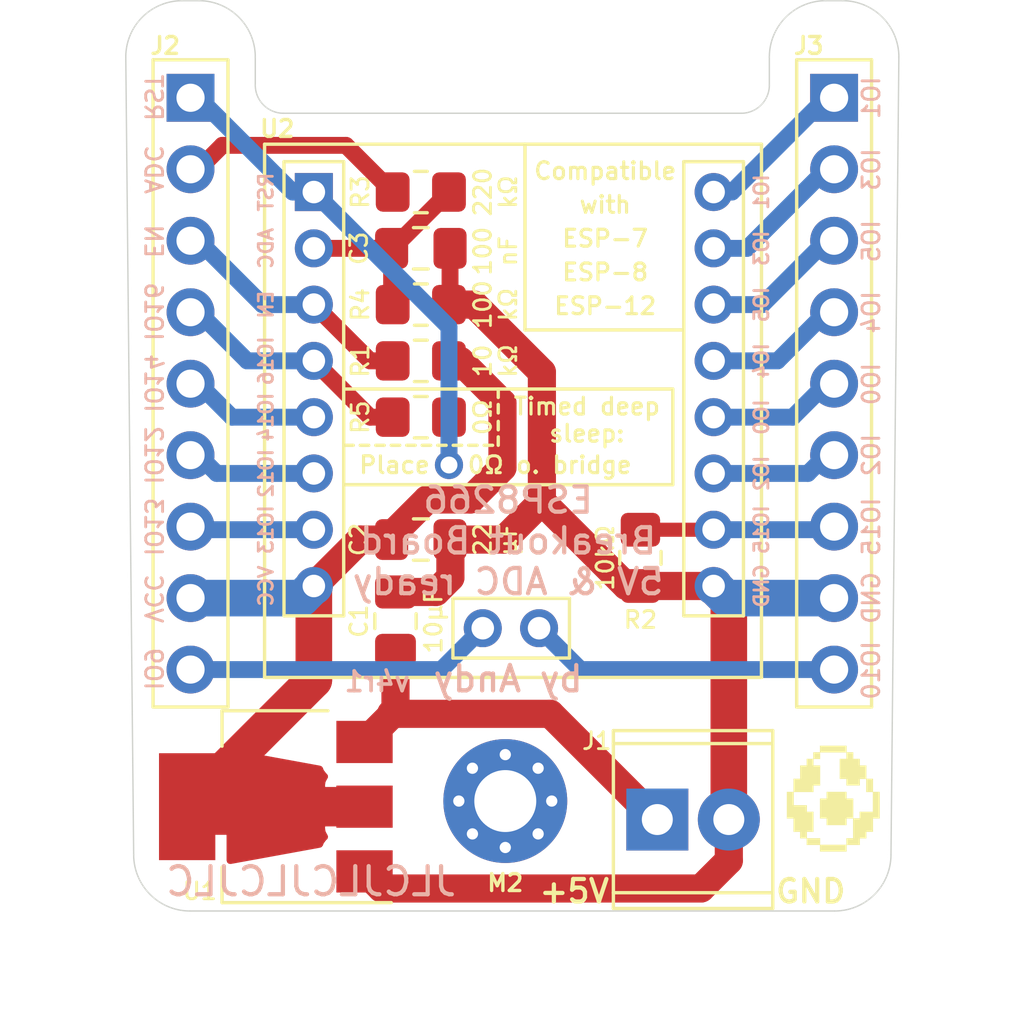
<source format=kicad_pcb>
(kicad_pcb (version 20211014) (generator pcbnew)
  (layers (0 "F.Cu" signal) (31 "B.Cu" signal) (34 "B.Paste" user) (35 "F.Paste" user) (36 "B.SilkS" user "B.Silkscreen") (37 "F.SilkS" user "F.Silkscreen") (38 "B.Mask" user) (39 "F.Mask" user) (44 "Edge.Cuts" user))
  (net 0 "")
  (net 1 "GND")
  (net 2 "/+3.3V")
  (net 3 "/+5V")
  (net 4 "/EN")
  (net 5 "/ADC")
  (net 6 "/ADCRAW")
  (net 7 "/IO16")
  (net 8 "/RST")
  (net 9 "/IO15")
  (net 10 "Net-(U2-Pad5)")
  (net 11 "Net-(U2-Pad6)")
  (net 12 "Net-(U2-Pad7)")
  (net 13 "Net-(U2-Pad11)")
  (net 14 "Net-(U2-Pad22)")
  (net 15 "Net-(U2-Pad21)")
  (net 16 "Net-(U2-Pad20)")
  (net 17 "Net-(U2-Pad19)")
  (net 18 "Net-(U2-Pad18)")
  (net 19 "Net-(U2-Pad17)")
  (net 20 "Net-(U2-Pad12)")
  (footprint "Capacitor_SMD:C_0805_2012Metric_Pad1.18x1.45mm_HandSolder" (layer "F.Cu") (at 146.8 83.15)
    (fp_text reference "C2" (at -2.2 0 90) (layer "F.SilkS") (effects (font (size 0.6 0.6) (thickness 0.1))))
    (fp_text value "22" (at 2.2 0 90) (layer "F.SilkS") (effects (font (size 0.6 0.6) (thickness 0.1))))
    (fp_text user "µF" (at 3.1 0 90) (layer "F.SilkS") (effects (font (size 0.6 0.6) (thickness 0.1))))
    (fp_line (start -0.261252 0.735) (end 0.261252 0.735) (layer "F.SilkS") (width 0.12))
    (fp_line (start -0.261252 -0.735) (end 0.261252 -0.735) (layer "F.SilkS") (width 0.12))
    (pad "1" smd roundrect locked (at -1.0375 0) (size 1.175 1.45) (layers "F.Cu" "F.Paste" "F.Mask") (roundrect_rratio 0.2127659574) (net 2 "/+3.3V"))
    (pad "2" smd roundrect locked (at 1.0375 0) (size 1.175 1.45) (layers "F.Cu" "F.Paste" "F.Mask") (roundrect_rratio 0.2127659574) (net 1 "GND"))
  )
  (footprint "Capacitor_SMD:C_0805_2012Metric_Pad1.18x1.45mm_HandSolder" (layer "F.Cu") (at 146.8 72.8)
    (fp_text reference "C3" (at -2.2 0 90) (layer "F.SilkS") (effects (font (size 0.6 0.6) (thickness 0.1))))
    (fp_text value "100" (at 2.2 0.1 90) (layer "F.SilkS") (effects (font (size 0.6 0.6) (thickness 0.1))))
    (fp_text user "nF" (at 3.1 0.1 90) (layer "F.SilkS") (effects (font (size 0.6 0.6) (thickness 0.1))))
    (fp_line (start -0.261252 0.735) (end 0.261252 0.735) (layer "F.SilkS") (width 0.12))
    (fp_line (start -0.261252 -0.735) (end 0.261252 -0.735) (layer "F.SilkS") (width 0.12))
    (pad "1" smd roundrect locked (at -1.0375 0) (size 1.175 1.45) (layers "F.Cu" "F.Paste" "F.Mask") (roundrect_rratio 0.2127659574) (net 5 "/ADC"))
    (pad "2" smd roundrect locked (at 1.0375 0) (size 1.175 1.45) (layers "F.Cu" "F.Paste" "F.Mask") (roundrect_rratio 0.2127659574) (net 1 "GND"))
  )
  (footprint "Resistor_SMD:R_0805_2012Metric_Pad1.20x1.40mm_HandSolder" (layer "F.Cu") (at 154.6 83.8 -90)
    (fp_text reference "R2" (at 2.2 0) (layer "F.SilkS") (effects (font (size 0.6 0.6) (thickness 0.1))))
    (fp_text value "10kΩ" (at 0 1.25 90) (layer "F.SilkS") (effects (font (size 0.6 0.6) (thickness 0.1))))
    (fp_line (start -0.227064 -0.735) (end 0.227064 -0.735) (layer "F.SilkS") (width 0.12))
    (fp_line (start -0.227064 0.735) (end 0.227064 0.735) (layer "F.SilkS") (width 0.12))
    (pad "1" smd roundrect locked (at -1 0 270) (size 1.2 1.4) (layers "F.Cu" "F.Paste" "F.Mask") (roundrect_rratio 0.2083325) (net 9 "/IO15"))
    (pad "2" smd roundrect locked (at 1 0 270) (size 1.2 1.4) (layers "F.Cu" "F.Paste" "F.Mask") (roundrect_rratio 0.2083325) (net 1 "GND"))
  )
  (footprint "Resistor_SMD:R_0805_2012Metric_Pad1.20x1.40mm_HandSolder" (layer "F.Cu") (at 146.8 70.8)
    (fp_text reference "R3" (at -2.15 0 90) (layer "F.SilkS") (effects (font (size 0.6 0.6) (thickness 0.1))))
    (fp_text value "220" (at 2.2 0 90) (layer "F.SilkS") (effects (font (size 0.6 0.6) (thickness 0.1))))
    (fp_text user "kΩ" (at 3.1 0 90) (layer "F.SilkS") (effects (font (size 0.6 0.6) (thickness 0.1))))
    (fp_line (start -0.227064 0.735) (end 0.227064 0.735) (layer "F.SilkS") (width 0.12))
    (fp_line (start -0.227064 -0.735) (end 0.227064 -0.735) (layer "F.SilkS") (width 0.12))
    (pad "1" smd roundrect locked (at -1 0) (size 1.2 1.4) (layers "F.Cu" "F.Paste" "F.Mask") (roundrect_rratio 0.2083325) (net 6 "/ADCRAW"))
    (pad "2" smd roundrect locked (at 1 0) (size 1.2 1.4) (layers "F.Cu" "F.Paste" "F.Mask") (roundrect_rratio 0.2083325) (net 5 "/ADC"))
  )
  (footprint "Resistor_SMD:R_0805_2012Metric_Pad1.20x1.40mm_HandSolder" (layer "F.Cu") (at 146.8 74.8)
    (fp_text reference "R4" (at -2.15 0 90) (layer "F.SilkS") (effects (font (size 0.6 0.6) (thickness 0.1))))
    (fp_text value "100" (at 2.2 0 90) (layer "F.SilkS") (effects (font (size 0.6 0.6) (thickness 0.1))))
    (fp_text user "kΩ" (at 3.1 0 90) (layer "F.SilkS") (effects (font (size 0.6 0.6) (thickness 0.1))))
    (fp_line (start -0.227064 -0.735) (end 0.227064 -0.735) (layer "F.SilkS") (width 0.12))
    (fp_line (start -0.227064 0.735) (end 0.227064 0.735) (layer "F.SilkS") (width 0.12))
    (pad "1" smd roundrect locked (at -1 0) (size 1.2 1.4) (layers "F.Cu" "F.Paste" "F.Mask") (roundrect_rratio 0.2083325) (net 5 "/ADC"))
    (pad "2" smd roundrect locked (at 1 0) (size 1.2 1.4) (layers "F.Cu" "F.Paste" "F.Mask") (roundrect_rratio 0.2083325) (net 1 "GND"))
  )
  (footprint "MountingHole:MountingHole_2.2mm_M2_Pad_Via" (layer "F.Cu") (at 149.8 92.442932)
    (fp_text reference "M2" (at 0 2.907068) (layer "F.SilkS") (effects (font (size 0.6 0.6) (thickness 0.12))))
    (fp_text value "MountingHole_2.2mm_M2_Pad_Via")
    (pad "1" thru_hole circle locked (at 0 0) (size 4.4 4.4) (drill 2.2) (layers *.Cu *.Mask))
    (pad "1" thru_hole circle locked (at 1.166726 -1.166726) (size 0.7 0.7) (drill 0.4) (layers *.Cu *.Mask))
    (pad "1" thru_hole circle locked (at 0 -1.65) (size 0.7 0.7) (drill 0.4) (layers *.Cu *.Mask))
    (pad "1" thru_hole circle locked (at 1.166726 1.166726) (size 0.7 0.7) (drill 0.4) (layers *.Cu *.Mask))
    (pad "1" thru_hole circle locked (at -1.166726 -1.166726) (size 0.7 0.7) (drill 0.4) (layers *.Cu *.Mask))
    (pad "1" thru_hole circle locked (at 0 1.65) (size 0.7 0.7) (drill 0.4) (layers *.Cu *.Mask))
    (pad "1" thru_hole circle locked (at 1.65 0) (size 0.7 0.7) (drill 0.4) (layers *.Cu *.Mask))
    (pad "1" thru_hole circle locked (at -1.65 0) (size 0.7 0.7) (drill 0.4) (layers *.Cu *.Mask))
    (pad "1" thru_hole circle locked (at -1.166726 1.166726) (size 0.7 0.7) (drill 0.4) (layers *.Cu *.Mask))
  )
  (footprint "Resistor_SMD:R_0805_2012Metric_Pad1.20x1.40mm_HandSolder" (layer "F.Cu") (at 146.8 78.8 180)
    (fp_text reference "R5" (at 2.15 0 270) (layer "F.SilkS") (effects (font (size 0.6 0.6) (thickness 0.1))))
    (fp_text value "0Ω" (at -2.2 0 90) (layer "F.SilkS") (effects (font (size 0.6 0.6) (thickness 0.1))))
    (fp_line (start -0.227064 0.735) (end 0.227064 0.735) (layer "F.SilkS") (width 0.12))
    (fp_line (start -0.227064 -0.735) (end 0.227064 -0.735) (layer "F.SilkS") (width 0.12))
    (pad "1" smd roundrect locked (at -1 0 180) (size 1.2 1.4) (layers "F.Cu" "F.Paste" "F.Mask") (roundrect_rratio 0.2083325) (net 8 "/RST"))
    (pad "2" smd roundrect locked (at 1 0 180) (size 1.2 1.4) (layers "F.Cu" "F.Paste" "F.Mask") (roundrect_rratio 0.2083325) (net 7 "/IO16"))
  )
  (footprint "Resistor_SMD:R_0805_2012Metric_Pad1.20x1.40mm_HandSolder" (layer "F.Cu") (at 146.8 76.8 180)
    (fp_text reference "R1" (at 2.15 0 270) (layer "F.SilkS") (effects (font (size 0.6 0.6) (thickness 0.1))))
    (fp_text value "10" (at -2.2 0 90) (layer "F.SilkS") (effects (font (size 0.6 0.6) (thickness 0.1))))
    (fp_text user "kΩ" (at -3.1 0 270) (layer "F.SilkS") (effects (font (size 0.6 0.6) (thickness 0.1))))
    (fp_line (start -0.227064 -0.735) (end 0.227064 -0.735) (layer "F.SilkS") (width 0.12))
    (fp_line (start -0.227064 0.735) (end 0.227064 0.735) (layer "F.SilkS") (width 0.12))
    (pad "1" smd roundrect locked (at -1 0 180) (size 1.2 1.4) (layers "F.Cu" "F.Paste" "F.Mask") (roundrect_rratio 0.2083325) (net 2 "/+3.3V"))
    (pad "2" smd roundrect locked (at 1 0 180) (size 1.2 1.4) (layers "F.Cu" "F.Paste" "F.Mask") (roundrect_rratio 0.2083325) (net 4 "/EN"))
  )
  (footprint "Package_TO_SOT_SMD:SOT-223-3_TabPin2" (layer "F.Cu") (at 141.65 92.642932 180)
    (fp_text reference "U1" (at 2.7 -3) (layer "F.SilkS") (effects (font (size 0.6 0.6) (thickness 0.1))))
    (fp_text value "AMS1117-3.3")
    (fp_line (start -1.85 3.41) (end 1.91 3.41) (layer "F.SilkS") (width 0.12))
    (fp_line (start 1.91 3.41) (end 1.91 2.15) (layer "F.SilkS") (width 0.12))
    (fp_line (start 1.91 -3.41) (end 1.91 -2.15) (layer "F.SilkS") (width 0.12))
    (fp_line (start -4.1 -3.41) (end 1.91 -3.41) (layer "F.SilkS") (width 0.12))
    (pad "1" smd rect locked (at -3.15 -2.3 180) (size 2 1.5) (layers "F.Cu" "F.Paste" "F.Mask") (net 1 "GND"))
    (pad "2" smd rect locked (at 3.15 0 180) (size 2 3.8) (layers "F.Cu" "F.Paste" "F.Mask") (net 2 "/+3.3V") (thermal_gap 0.4))
    (pad "2" smd rect locked (at -3.15 0 180) (size 2 1.5) (layers "F.Cu" "F.Paste" "F.Mask") (net 2 "/+3.3V") (thermal_gap 0.4))
    (pad "3" smd rect locked (at -3.15 2.3 180) (size 2 1.5) (layers "F.Cu" "F.Paste" "F.Mask") (net 3 "/+5V") (thermal_gap 0.5))
  )
  (footprint "Andys-Footprints:TerminalBlock_Phoenix_MPT-0,5-2-2.54_1x02_P2.54mm_Horizontal-removed-extra-holes" (layer "F.Cu") (at 155.2 93.1)
    (fp_text reference "J1" (at -2.15 -2.792932) (layer "F.SilkS") (effects (font (size 0.6 0.6) (thickness 0.1))))
    (fp_text value "Screw_Terminal_01x02")
    (fp_line (start -1.56 -2.7) (end 4.1 -2.7) (layer "F.SilkS") (width 0.12))
    (fp_line (start -1.56 2.6) (end 4.1 2.6) (layer "F.SilkS") (width 0.12))
    (fp_line (start -1.56 -3.16) (end 4.1 -3.16) (layer "F.SilkS") (width 0.12))
    (fp_line (start -1.56 -3.16) (end -1.56 3.16) (layer "F.SilkS") (width 0.12))
    (fp_line (start 4.1 -3.16) (end 4.1 3.16) (layer "F.SilkS") (width 0.12))
    (fp_line (start -1.56 3.16) (end 4.1 3.16) (layer "F.SilkS") (width 0.12))
    (pad "1" thru_hole rect locked (at 0 0) (size 2.2 2.2) (drill 1.1) (layers *.Cu *.Mask) (net 3 "/+5V"))
    (pad "2" thru_hole circle locked (at 2.54 0) (size 2.2 2.2) (drill 1.1) (layers *.Cu *.Mask) (net 1 "GND"))
  )
  (footprint "Capacitor_SMD:C_0805_2012Metric_Pad1.18x1.45mm_HandSolder" (layer "F.Cu") (at 145.9 86.05 90)
    (fp_text reference "C1" (at 0 -1.3 90) (layer "F.SilkS") (effects (font (size 0.6 0.6) (thickness 0.1))))
    (fp_text value "10µF" (at 0 1.35 90) (layer "F.SilkS") (effects (font (size 0.6 0.6) (thickness 0.1))))
    (fp_line (start -0.261252 0.735) (end 0.261252 0.735) (layer "F.SilkS") (width 0.12))
    (fp_line (start -0.261252 -0.735) (end 0.261252 -0.735) (layer "F.SilkS") (width 0.12))
    (pad "1" smd roundrect locked (at -1.0375 0 90) (size 1.175 1.45) (layers "F.Cu" "F.Paste" "F.Mask") (roundrect_rratio 0.213) (net 3 "/+5V") (thermal_gap 0.5))
    (pad "2" smd roundrect locked (at 1.0375 0 90) (size 1.175 1.45) (layers "F.Cu" "F.Paste" "F.Mask") (roundrect_rratio 0.2127659574) (net 1 "GND"))
  )
  (footprint "Andys-Footprints:ESP-12-Socket-Cutout-IO9-10" (layer "F.Cu") (at 143 70.8)
    (fp_text reference "U2" (at -1.3 -2.25) (layer "F.SilkS") (effects (font (size 0.6 0.6) (thickness 0.12))))
    (fp_text value "ESP-07")
    (fp_text user "IO1" (at 15.9 0 90) (layer "B.SilkS") (effects (font (size 0.5 0.5) (thickness 0.1)) (justify mirror)))
    (fp_text user "IO0" (at 15.9 8 90) (layer "B.SilkS") (effects (font (size 0.5 0.5) (thickness 0.1)) (justify mirror)))
    (fp_text user "IO13" (at -1.7 12 -90) (layer "B.SilkS") (effects (font (size 0.5 0.5) (thickness 0.1)) (justify mirror)))
    (fp_text user "VCC" (at -1.7 14 -90) (layer "B.SilkS") (effects (font (size 0.5 0.5) (thickness 0.1)) (justify mirror)))
    (fp_text user "IO15" (at 15.9 12 90) (layer "B.SilkS") (effects (font (size 0.5 0.5) (thickness 0.1)) (justify mirror)))
    (fp_text user "EN" (at -1.7 4 -90) (layer "B.SilkS") (effects (font (size 0.5 0.5) (thickness 0.1)) (justify mirror)))
    (fp_text user "ADC" (at -1.7 2 -90) (layer "B.SilkS") (effects (font (size 0.5 0.5) (thickness 0.1)) (justify mirror)))
    (fp_text user "IO12" (at -1.7 10 -90) (layer "B.SilkS") (effects (font (size 0.5 0.5) (thickness 0.1)) (justify mirror)))
    (fp_text user "GND" (at 15.9 14 90) (layer "B.SilkS") (effects (font (size 0.5 0.5) (thickness 0.1)) (justify mirror)))
    (fp_text user "IO4" (at 15.9 6 90) (layer "B.SilkS") (effects (font (size 0.5 0.5) (thickness 0.1)) (justify mirror)))
    (fp_text user "IO2" (at 15.9 10 90) (layer "B.SilkS") (effects (font (size 0.5 0.5) (thickness 0.1)) (justify mirror)))
    (fp_text user "IO16" (at -1.7 6 -90) (layer "B.SilkS") (effects (font (size 0.5 0.5) (thickness 0.1)) (justify mirror)))
    (fp_text user "IO14" (at -1.7 8 -90) (layer "B.SilkS") (effects (font (size 0.5 0.5) (thickness 0.1)) (justify mirror)))
    (fp_text user "IO3" (at 15.9 2 90) (layer "B.SilkS") (effects (font (size 0.5 0.5) (thickness 0.1)) (justify mirror)))
    (fp_text user "RST" (at -1.7 0 -90) (layer "B.SilkS") (effects (font (size 0.5 0.5) (thickness 0.1)) (justify mirror)))
    (fp_text user "IO5" (at 15.9 4 90) (layer "B.SilkS") (effects (font (size 0.5 0.5) (thickness 0.1)) (justify mirror)))
    (fp_line (start 15.9 17.25) (end -1.75 17.25) (layer "F.SilkS") (width 0.12))
    (fp_line (start 13.14 -1.0795) (end 15.26 -1.0795) (layer "F.SilkS") (width 0.12))
    (fp_line (start -1.06 -1.0795) (end -1.06 15.06) (layer "F.SilkS") (width 0.12))
    (fp_line (start -1.06 -1.0795) (end 1.06 -1.0795) (layer "F.SilkS") (width 0.12))
    (fp_line (start 15.9 -1.7) (end -1.75 -1.7) (layer "F.SilkS") (width 0.12))
    (fp_line (start 4.94 14.44) (end 4.94 16.56) (layer "F.SilkS") (width 0.12))
    (fp_line (start 13.14 -1.0795) (end 13.14 15.06) (layer "F.SilkS") (width 0.12))
    (fp_line (start 15.9 17.25) (end 15.9 -1.7) (layer "F.SilkS") (width 0.12))
    (fp_line (start 13.14 15.06) (end 15.26 15.06) (layer "F.SilkS") (width 0.12))
    (fp_line (start 9.0795 14.44) (end 4.94 14.44) (layer "F.SilkS") (width 0.12))
    (fp_line (start 9.0795 16.56) (end 4.94 16.56) (layer "F.SilkS") (width 0.12))
    (fp_line (start 15.26 -1.0795) (end 15.26 15.06) (layer "F.SilkS") (width 0.12))
    (fp_line (start 1.06 -1.0795) (end 1.06 15.06) (layer "F.SilkS") (width 0.12))
    (fp_line (start 9.0795 14.44) (end 9.0795 16.56) (layer "F.SilkS") (width 0.12))
    (fp_line (start -1.75 17.25) (end -1.75 -1.7) (layer "F.SilkS") (width 0.12))
    (fp_line (start -1.06 15.06) (end 1.06 15.06) (layer "F.SilkS") (width 0.12))
    (pad "1" thru_hole rect (at 0 0) (size 1.35 1.35) (drill 0.8) (layers *.Cu *.Mask) (net 8 "/RST"))
    (pad "2" thru_hole oval (at 0 2) (size 1.35 1.35) (drill 0.8) (layers *.Cu *.Mask) (net 5 "/ADC"))
    (pad "3" thru_hole oval (at 0 4) (size 1.35 1.35) (drill 0.8) (layers *.Cu *.Mask) (net 4 "/EN"))
    (pad "4" thru_hole oval (at 0 6) (size 1.35 1.35) (drill 0.8) (layers *.Cu *.Mask) (net 7 "/IO16"))
    (pad "5" thru_hole oval (at 0 8) (size 1.35 1.35) (drill 0.8) (layers *.Cu *.Mask) (net 10 "Net-(U2-Pad5)"))
    (pad "6" thru_hole oval (at 0 10) (size 1.35 1.35) (drill 0.8) (layers *.Cu *.Mask) (net 11 "Net-(U2-Pad6)"))
    (pad "7" thru_hole oval (at 0 12) (size 1.35 1.35) (drill 0.8) (layers *.Cu *.Mask) (net 12 "Net-(U2-Pad7)"))
    (pad "8" thru_hole oval (at 0 14) (size 1.35 1.35) (drill 0.8) (layers *.Cu *.Mask) (net 2 "/+3.3V"))
    (pad "11" thru_hole oval (at 6 15.5 270) (size 1.35 1.35) (drill 0.8) (layers *.Cu *.Mask) (net 13 "Net-(U2-Pad11)"))
    (pad "12" thru_hole oval (at 8 15.5 270) (size 1.35 1.35) (drill 0.8) (layers *.Cu *.Mask) (net 20 "Net-(U2-Pad12)"))
    (pad "15" thru_hole oval (at 14.2 14) (size 1.35 1.35) (drill 0.8) (layers *.Cu *.Mask) (net 1 "GND"))
    (pad "16" thru_hole oval (at 14.2 12) (size 1.35 1.35) (drill 0.8) (layers *.Cu *.Mask) (net 9 "/IO15"))
    (pad "17" thru_hole oval (at 14.2 10) (size 1.35 1.35) (drill 0.8) (layers *.Cu *.Mask) (net 19 "Net-(U2-Pad17)"))
    (pad "18" thru_hole oval (at 14.2 8) (size 1.35 1.35) (drill 0.8) (layers *.Cu *.Mask) (net 18 "Net-(U2-Pad18)"))
    (pad "19" thru_hole oval (at 14.2 6) (size 1.35 1.35) (drill 0.8) (layers *.Cu *.Mask) (net 17 "Net-(U2-Pad19)"))
    (pad "20" thru_hole oval (at 14.2 4) (size 1.35 1.35) (drill 0.8) (layers *.Cu *.Mask) (net 16 "Net-(U2-Pad20)"))
    (pad "21" thru_hole oval (at 14.2 2) (size 1.35 1.35) (drill 0.8) (layers *.Cu *.Mask) (net 15 "Net-(U2-Pad21)"))
    (pad "22" thru_hole circle (at 14.2 0) (size 1.35 1.35) (drill 0.8) (layers *.Cu *.Mask) (net 14 "Net-(U2-Pad22)"))
  )
  (footprint "Andys-Footprints:Yoshi-Egg-Small" (layer "F.Cu") (at 161.45 92.35)
    (fp_text reference "G***" hide)
    (fp_text value "LOGO" hide)
    (fp_poly (pts (xy -0.4699 -1.40335) (xy -0.70485 -1.40335) (xy -0.70485 -1.6383) (xy -0.4699 -1.6383) (xy -0.4699 -1.40335)) (layer "F.SilkS") (width 0.01) (fill solid))
    (fp_poly (pts (xy -0.70485 -1.1684) (xy -0.4699 -1.1684) (xy -0.4699 -0.46355) (xy -0.70485 -0.46355) (xy -0.70485 -0.2286) (xy -1.4097 -0.2286) (xy -1.4097 -0.6985) (xy -1.17475 -0.6985) (xy -1.17475 -1.1684) (xy -0.9398 -1.1684) (xy -0.9398 -1.40335) (xy -0.70485 -1.40335) (xy -0.70485 -1.1684)) (layer "F.SilkS") (width 0.01) (fill solid))
    (fp_poly (pts (xy -0.4699 1.651) (xy -0.9398 1.651) (xy -0.9398 1.41605) (xy -0.4699 1.41605) (xy -0.4699 1.651)) (layer "F.SilkS") (width 0.01) (fill solid))
    (fp_poly (pts (xy 0.4699 1.88595) (xy -0.4699 1.88595) (xy -0.4699 1.651) (xy 0.4699 1.651) (xy 0.4699 1.88595)) (layer "F.SilkS") (width 0.01) (fill solid))
    (fp_poly (pts (xy 0.4699 0.00635) (xy 0.70485 0.00635) (xy 0.70485 0.7112) (xy 0.4699 0.7112) (xy 0.4699 0.94615) (xy -0.23495 0.94615) (xy -0.23495 0.7112) (xy -0.4699 0.7112) (xy -0.4699 0.00635) (xy -0.23495 0.00635) (xy -0.23495 -0.2286) (xy 0.4699 -0.2286) (xy 0.4699 0.00635)) (layer "F.SilkS") (width 0.01) (fill solid))
    (fp_poly (pts (xy -1.4097 0.2413) (xy -0.9398 0.2413) (xy -0.9398 0.47625) (xy -0.70485 0.47625) (xy -0.70485 1.1811) (xy -0.9398 1.1811) (xy -0.9398 1.41605) (xy -1.17475 1.41605) (xy -1.17475 1.1811) (xy -1.4097 1.1811) (xy -1.4097 0.7112) (xy -1.64465 0.7112) (xy -1.64465 -0.2286) (xy -1.4097 -0.2286) (xy -1.4097 0.2413)) (layer "F.SilkS") (width 0.01) (fill solid))
    (fp_poly (pts (xy 1.64465 0.7112) (xy 1.4097 0.7112) (xy 1.4097 1.1811) (xy 1.17475 1.1811) (xy 1.17475 1.41605) (xy 0.9398 1.41605) (xy 0.9398 1.651) (xy 0.4699 1.651) (xy 0.4699 1.41605) (xy 0.70485 1.41605) (xy 0.70485 0.7112) (xy 0.9398 0.7112) (xy 0.9398 0.47625) (xy 1.4097 0.47625) (xy 1.4097 -0.2286) (xy 1.64465 -0.2286) (xy 1.64465 0.7112)) (layer "F.SilkS") (width 0.01) (fill solid))
    (fp_poly (pts (xy 1.4097 -0.2286) (xy 1.17475 -0.2286) (xy 1.17475 -0.6985) (xy 1.4097 -0.6985) (xy 1.4097 -0.2286)) (layer "F.SilkS") (width 0.01) (fill solid))
    (fp_poly (pts (xy 0.4699 -1.6383) (xy -0.4699 -1.6383) (xy -0.4699 -1.87325) (xy 0.4699 -1.87325) (xy 0.4699 -1.6383)) (layer "F.SilkS") (width 0.01) (fill solid))
    (fp_poly (pts (xy 0.70485 -1.40335) (xy 0.9398 -1.40335) (xy 0.9398 -1.1684) (xy 1.17475 -1.1684) (xy 1.17475 -0.6985) (xy 0.9398 -0.6985) (xy 0.9398 -0.46355) (xy 0.4699 -0.46355) (xy 0.4699 -0.6985) (xy 0.23495 -0.6985) (xy 0.23495 -1.40335) (xy 0.4699 -1.40335) (xy 0.4699 -1.6383) (xy 0.70485 -1.6383) (xy 0.70485 -1.40335)) (layer "F.SilkS") (width 0.01) (fill solid))
  )
  (footprint "Andys-Footprints:PinHeader_1x09_P2.54mm_Vertical-Fixed-SilkScreen" (layer "F.Cu") (at 138.62 67.45)
    (fp_text reference "J2" (at -0.9 -1.85) (layer "F.SilkS") (effects (font (size 0.6 0.6) (thickness 0.12))))
    (fp_text value "Conn_01x09_Male")
    (fp_line (start -1.33 21.65) (end 1.33 21.65) (layer "F.SilkS") (width 0.12))
    (fp_line (start 1.33 -1.35) (end 1.33 21.65) (layer "F.SilkS") (width 0.12))
    (fp_line (start -1.33 -1.35) (end 1.33 -1.35) (layer "F.SilkS") (width 0.12))
    (fp_line (start -1.33 -1.35) (end -1.33 21.65) (layer "F.SilkS") (width 0.12))
    (pad "1" thru_hole rect (at 0 0) (size 1.7 1.7) (drill 1) (layers *.Cu *.Mask) (net 8 "/RST"))
    (pad "2" thru_hole oval (at 0 2.54) (size 1.7 1.7) (drill 1) (layers *.Cu *.Mask) (net 6 "/ADCRAW"))
    (pad "3" thru_hole oval (at 0 5.08) (size 1.7 1.7) (drill 1) (layers *.Cu *.Mask) (net 4 "/EN"))
    (pad "4" thru_hole oval (at 0 7.62) (size 1.7 1.7) (drill 1) (layers *.Cu *.Mask) (net 7 "/IO16"))
    (pad "5" thru_hole oval (at 0 10.16) (size 1.7 1.7) (drill 1) (layers *.Cu *.Mask) (net 10 "Net-(U2-Pad5)"))
    (pad "6" thru_hole oval (at 0 12.7) (size 1.7 1.7) (drill 1) (layers *.Cu *.Mask) (net 11 "Net-(U2-Pad6)"))
    (pad "7" thru_hole oval (at 0 15.24) (size 1.7 1.7) (drill 1) (layers *.Cu *.Mask) (net 12 "Net-(U2-Pad7)"))
    (pad "8" thru_hole oval (at 0 17.78) (size 1.7 1.7) (drill 1) (layers *.Cu *.Mask) (net 2 "/+3.3V"))
    (pad "9" thru_hole oval (at 0 20.32) (size 1.7 1.7) (drill 1) (layers *.Cu *.Mask) (net 13 "Net-(U2-Pad11)"))
  )
  (footprint "Andys-Footprints:PinHeader_1x09_P2.54mm_Vertical-Fixed-SilkScreen" (layer "F.Cu") (at 161.48 67.45)
    (fp_text reference "J3" (at -0.9 -1.85) (layer "F.SilkS") (effects (font (size 0.6 0.6) (thickness 0.12))))
    (fp_text value "Conn_01x09_Male")
    (fp_line (start -1.33 -1.35) (end -1.33 21.65) (layer "F.SilkS") (width 0.12))
    (fp_line (start -1.33 -1.35) (end 1.33 -1.35) (layer "F.SilkS") (width 0.12))
    (fp_line (start 1.33 -1.35) (end 1.33 21.65) (layer "F.SilkS") (width 0.12))
    (fp_line (start -1.33 21.65) (end 1.33 21.65) (layer "F.SilkS") (width 0.12))
    (pad "1" thru_hole rect (at 0 0) (size 1.7 1.7) (drill 1) (layers *.Cu *.Mask) (net 14 "Net-(U2-Pad22)"))
    (pad "2" thru_hole oval (at 0 2.54) (size 1.7 1.7) (drill 1) (layers *.Cu *.Mask) (net 15 "Net-(U2-Pad21)"))
    (pad "3" thru_hole oval (at 0 5.08) (size 1.7 1.7) (drill 1) (layers *.Cu *.Mask) (net 16 "Net-(U2-Pad20)"))
    (pad "4" thru_hole oval (at 0 7.62) (size 1.7 1.7) (drill 1) (layers *.Cu *.Mask) (net 17 "Net-(U2-Pad19)"))
    (pad "5" thru_hole oval (at 0 10.16) (size 1.7 1.7) (drill 1) (layers *.Cu *.Mask) (net 18 "Net-(U2-Pad18)"))
    (pad "6" thru_hole oval (at 0 12.7) (size 1.7 1.7) (drill 1) (layers *.Cu *.Mask) (net 19 "Net-(U2-Pad17)"))
    (pad "7" thru_hole oval (at 0 15.24) (size 1.7 1.7) (drill 1) (layers *.Cu *.Mask) (net 9 "/IO15"))
    (pad "8" thru_hole oval (at 0 17.78) (size 1.7 1.7) (drill 1) (layers *.Cu *.Mask) (net 1 "GND"))
    (pad "9" thru_hole oval (at 0 20.32) (size 1.7 1.7) (drill 1) (layers *.Cu *.Mask) (net 20 "Net-(U2-Pad12)"))
  )
  (gr_line (start 149.55 78.35) (end 149.55 78.65) (layer "F.SilkS") (width 0.12))
  (gr_line (start 149.55 78.95) (end 149.55 79.25) (layer "F.SilkS") (width 0.12))
  (gr_line (start 144.1 79.8) (end 144.4 79.8) (layer "F.SilkS") (width 0.12))
  (gr_line (start 149.55 79.5) (end 149.55 79.8) (layer "F.SilkS") (width 0.12))
  (gr_line (start 144.65 79.8) (end 144.95 79.8) (layer "F.SilkS") (width 0.12))
  (gr_line (start 145.2 79.8) (end 145.5 79.8) (layer "F.SilkS") (width 0.12))
  (gr_line (start 145.75 79.8) (end 146.05 79.8) (layer "F.SilkS") (width 0.12))
  (gr_line (start 146.3 79.8) (end 146.6 79.8) (layer "F.SilkS") (width 0.12))
  (gr_line (start 146.85 79.8) (end 147.15 79.8) (layer "F.SilkS") (width 0.12))
  (gr_line (start 147.4 79.8) (end 147.7 79.8) (layer "F.SilkS") (width 0.12))
  (gr_line (start 147.95 79.8) (end 148.25 79.8) (layer "F.SilkS") (width 0.12))
  (gr_line (start 148.5 79.8) (end 148.8 79.8) (layer "F.SilkS") (width 0.12))
  (gr_line (start 149.05 79.8) (end 149.35 79.8) (layer "F.SilkS") (width 0.12))
  (gr_line (start 144.1 77.8) (end 155.75 77.8) (layer "F.SilkS") (width 0.12))
  (gr_line (start 149.55 77.8) (end 149.55 78.1) (layer "F.SilkS") (width 0.12))
  (gr_line (start 150.5 69.1) (end 150.5 75.7) (layer "F.SilkS") (width 0.12))
  (gr_line (start 155.75 77.8) (end 155.75 81.2) (layer "F.SilkS") (width 0.12))
  (gr_line (start 150.5 75.7) (end 156.1 75.7) (layer "F.SilkS") (width 0.12))
  (gr_line (start 155.75 81.2) (end 144.1 81.2) (layer "F.SilkS") (width 0.12))
  (gr_line (start 136.6 94.35) (end 136.32 66) (layer "Edge.Cuts") (width 0.05))
  (gr_arc (start 138.92 64) (mid 140.334214 64.585786) (end 140.92 66) (layer "Edge.Cuts") (width 0.05))
  (gr_arc (start 159.18 66) (mid 159.765786 64.585786) (end 161.18 64) (layer "Edge.Cuts") (width 0.05))
  (gr_line (start 161.18 64) (end 161.78 64) (layer "Edge.Cuts") (width 0.05))
  (gr_line (start 141.92 68) (end 158.18 68) (layer "Edge.Cuts") (width 0.05))
  (gr_line (start 140.92 66) (end 140.92 67) (layer "Edge.Cuts") (width 0.05))
  (gr_arc (start 163.5 94.35) (mid 162.914214 95.764214) (end 161.5 96.35) (layer "Edge.Cuts") (width 0.05))
  (gr_arc (start 161.78 64) (mid 163.194214 64.585786) (end 163.78 66) (layer "Edge.Cuts") (width 0.05))
  (gr_arc (start 141.92 68) (mid 141.212893 67.707107) (end 140.92 67) (layer "Edge.Cuts") (width 0.05))
  (gr_line (start 159.18 66) (end 159.18 67) (layer "Edge.Cuts") (width 0.05))
  (gr_arc (start 138.6 96.35) (mid 137.185786 95.764214) (end 136.6 94.35) (layer "Edge.Cuts") (width 0.05))
  (gr_line (start 138.32 64) (end 138.92 64) (layer "Edge.Cuts") (width 0.05))
  (gr_arc (start 159.18 67) (mid 158.887107 67.707107) (end 158.18 68) (layer "Edge.Cuts") (width 0.05))
  (gr_line (start 161.5 96.35) (end 138.6 96.35) (layer "Edge.Cuts") (width 0.05))
  (gr_arc (start 136.32 66) (mid 136.905786 64.585786) (end 138.32 64) (layer "Edge.Cuts") (width 0.05))
  (gr_line (start 163.78 66) (end 163.5 94.35) (layer "Edge.Cuts") (width 0.05))
  (gr_text "JLCJLCJLCJLC" (at 142.9 95.3) (layer "B.SilkS") (effects (font (size 1 1)) (justify mirror)))
  (gr_text "ADC" (at 137.3 70 -90) (layer "B.SilkS") (effects (font (size 0.6 0.6) (thickness 0.1)) (justify mirror)))
  (gr_text "EN" (at 137.3 72.55 -90) (layer "B.SilkS") (effects (font (size 0.6 0.6) (thickness 0.1)) (justify mirror)))
  (gr_text "IO13" (at 137.3 82.7 -90) (layer "B.SilkS") (effects (font (size 0.6 0.6) (thickness 0.1)) (justify mirror)))
  (gr_text "VCC" (at 137.3 85.25 -90) (layer "B.SilkS") (effects (font (size 0.6 0.6) (thickness 0.1)) (justify mirror)))
  (gr_text "IO16" (at 137.3 75.05 -90) (layer "B.SilkS") (effects (font (size 0.6 0.6) (thickness 0.1)) (justify mirror)))
  (gr_text "IO14" (at 137.3 77.6 -90) (layer "B.SilkS") (effects (font (size 0.6 0.6) (thickness 0.1)) (justify mirror)))
  (gr_text "IO10" (at 162.7936 87.8 90) (layer "B.SilkS") (effects (font (size 0.6 0.6) (thickness 0.1)) (justify mirror)))
  (gr_text "IO2" (at 162.8 80.15 90) (layer "B.SilkS") (effects (font (size 0.6 0.6) (thickness 0.1)) (justify mirror)))
  (gr_text "by Andy" (at 149.9 88.1) (layer "B.SilkS") (effects (font (size 0.9 0.9)) (justify mirror)))
  (gr_text "RST" (at 137.3 67.45 -90) (layer "B.SilkS") (effects (font (size 0.6 0.6) (thickness 0.1)) (justify mirror)))
  (gr_text "IO3" (at 162.8 70 90) (layer "B.SilkS") (effects (font (size 0.6 0.6) (thickness 0.1)) (justify mirror)))
  (gr_text "IO15" (at 162.8 82.7 90) (layer "B.SilkS") (effects (font (size 0.6 0.6) (thickness 0.1)) (justify mirror)))
  (gr_text "ESP8266\nBreakout Board\n5V & ADC ready" (at 149.9 83.2) (layer "B.SilkS") (effects (font (size 0.9 0.9)) (justify mirror)))
  (gr_text "IO0" (at 162.8 77.625 90) (layer "B.SilkS") (effects (font (size 0.6 0.6) (thickness 0.1)) (justify mirror)))
  (gr_text "IO4" (at 162.8 75.075 90) (layer "B.SilkS") (effects (font (size 0.6 0.6) (thickness 0.1)) (justify mirror)))
  (gr_text "v4r1" (at 145.25 88.2) (layer "B.SilkS") (effects (font (size 0.7 0.7) (thickness 0.13)) (justify mirror)))
  (gr_text "IO1" (at 162.8 67.45 90) (layer "B.SilkS") (effects (font (size 0.6 0.6) (thickness 0.1)) (justify mirror)))
  (gr_text "IO9" (at 137.29801 87.75 -90) (layer "B.SilkS") (effects (font (size 0.6 0.6) (thickness 0.1)) (justify mirror)))
  (gr_text "IO5" (at 162.8 72.55 90) (layer "B.SilkS") (effects (font (size 0.6 0.6) (thickness 0.1)) (justify mirror)))
  (gr_text "GND" (at 162.8 85.225 90) (layer "B.SilkS") (effects (font (size 0.6 0.6) (thickness 0.1)) (justify mirror)))
  (gr_text "IO12" (at 137.3 80.15 -90) (layer "B.SilkS") (effects (font (size 0.6 0.6) (thickness 0.1)) (justify mirror)))
  (gr_text "Place   0Ω o. bridge" (at 144.55 80.5) (layer "F.SilkS") (effects (font (size 0.6 0.6) (thickness 0.11)) (justify left)))
  (gr_text "GND" (at 160.65 95.65) (layer "F.SilkS") (effects (font (size 0.8 0.8))))
  (gr_text "+5V" (at 152.25 95.65) (layer "F.SilkS") (effects (font (size 0.8 0.8))))
  (gr_text "ESP-8" (at 153.35 73.65) (layer "F.SilkS") (effects (font (size 0.6 0.6) (thickness 0.11))))
  (gr_text "with" (at 153.35 71.25) (layer "F.SilkS") (effects (font (size 0.6 0.6) (thickness 0.11))))
  (gr_text "ESP-7" (at 153.35 72.45) (layer "F.SilkS") (effects (font (size 0.6 0.6) (thickness 0.11))))
  (gr_text "Timed deep\nsleep:" (at 152.7 78.9) (layer "F.SilkS") (effects (font (size 0.6 0.6) (thickness 0.11))))
  (gr_text "ESP-12" (at 153.35 74.85) (layer "F.SilkS") (effects (font (size 0.6 0.6) (thickness 0.11))))
  (gr_text "Compatible" (at 153.35 70.05) (layer "F.SilkS") (effects (font (size 0.6 0.6) (thickness 0.11))))
  (segment (start 154.6 84.8) (end 157.2 84.8) (width 1) (layer "F.Cu") (net 1))
  (segment (start 148.7 74.8) (end 151.1 77.2) (width 1) (layer "F.Cu") (net 1))
  (segment (start 154.1 84.8) (end 154.6 84.8) (width 1) (layer "F.Cu") (net 1))
  (segment (start 147.85 84.5) (end 147.85 83.1625) (width 1) (layer "F.Cu") (net 1))
  (segment (start 157.74 94.56) (end 157.74 93.1) (width 1) (layer "F.Cu") (net 1))
  (segment (start 147.8 74.8) (end 147.94352 74.8) (width 1) (layer "F.Cu") (net 1))
  (segment (start 147.8375 74.7625) (end 147.8 74.8) (width 0.6) (layer "F.Cu") (net 1))
  (segment (start 149.75 83.15) (end 147.8375 83.15) (width 1) (layer "F.Cu") (net 1))
  (segment (start 157.74 93.1) (end 157.74 85.36) (width 1.3) (layer "F.Cu") (net 1))
  (segment (start 157.75 85.35) (end 157.74 85.36) (width 1.3) (layer "F.Cu") (net 1))
  (segment (start 157.2 84.8) (end 157.75 85.35) (width 1.3) (layer "F.Cu") (net 1))
  (segment (start 151.1 77.2) (end 151.1 81.8) (width 1) (layer "F.Cu") (net 1))
  (segment (start 147.8375 72.8) (end 147.8375 74.7625) (width 0.6) (layer "F.Cu") (net 1))
  (segment (start 151.1 81.8) (end 149.75 83.15) (width 1) (layer "F.Cu") (net 1))
  (segment (start 147.8 74.8) (end 148.7 74.8) (width 1) (layer "F.Cu") (net 1))
  (segment (start 156.75 95.55) (end 157.74 94.56) (width 1) (layer "F.Cu") (net 1))
  (segment (start 145.9 85.0125) (end 147.3375 85.0125) (width 1) (layer "F.Cu") (net 1))
  (segment (start 144.8 94.942932) (end 145.407068 95.55) (width 1) (layer "F.Cu") (net 1))
  (segment (start 151.1 81.8) (end 154.1 84.8) (width 1) (layer "F.Cu") (net 1))
  (segment (start 147.3375 85.0125) (end 147.85 84.5) (width 1) (layer "F.Cu") (net 1))
  (segment (start 145.407068 95.55) (end 156.75 95.55) (width 1) (layer "F.Cu") (net 1))
  (segment (start 161.48 85.23) (end 157.63 85.23) (width 1.3) (layer "B.Cu") (net 1))
  (segment (start 157.63 85.23) (end 157.2 84.8) (width 1.3) (layer "B.Cu") (net 1))
  (segment (start 148.2 76.8) (end 149.7 78.3) (width 1) (layer "F.Cu") (net 2))
  (segment (start 149.7 80.593784) (end 148.568304 81.72548) (width 1) (layer "F.Cu") (net 2))
  (segment (start 145.7625 83.15) (end 144.65 83.15) (width 1) (layer "F.Cu") (net 2))
  (segment (start 143 84.8) (end 143 88.142932) (width 1.3) (layer "F.Cu") (net 2))
  (segment (start 147.8 76.8) (end 148.2 76.8) (width 1) (layer "F.Cu") (net 2))
  (segment (start 148.568304 81.72548) (end 147.02452 81.72548) (width 1) (layer "F.Cu") (net 2))
  (segment (start 149.7 78.3) (end 149.7 80.593784) (width 1) (layer "F.Cu") (net 2))
  (segment (start 144.65 83.15) (end 143 84.8) (width 1) (layer "F.Cu") (net 2))
  (segment (start 145.7625 82.9875) (end 145.7625 83.15) (width 1) (layer "F.Cu") (net 2))
  (segment (start 147.02452 81.72548) (end 145.7625 82.9875) (width 1) (layer "F.Cu") (net 2))
  (segment (start 143 88.142932) (end 138.5 92.642932) (width 1.3) (layer "F.Cu") (net 2))
  (segment (start 142.57 85.23) (end 143 84.8) (width 1.3) (layer "B.Cu") (net 2))
  (segment (start 138.62 85.23) (end 142.57 85.23) (width 1.3) (layer "B.Cu") (net 2))
  (segment (start 145.7625 89.342932) (end 145.7625 89.380432) (width 1) (layer "F.Cu") (net 3))
  (segment (start 145.75 89.330432) (end 145.7625 89.342932) (width 1) (layer "F.Cu") (net 3))
  (segment (start 145.9 87.0875) (end 145.9 89.180432) (width 1) (layer "F.Cu") (net 3))
  (segment (start 145.9 89.180432) (end 145.75 89.330432) (width 1) (layer "F.Cu") (net 3))
  (segment (start 145.7625 89.380432) (end 144.8 90.342932) (width 1) (layer "F.Cu") (net 3))
  (segment (start 151.4 89.342932) (end 155.2 93.142932) (width 1) (layer "F.Cu") (net 3))
  (segment (start 145.7625 89.342932) (end 151.4 89.342932) (width 1) (layer "F.Cu") (net 3))
  (segment (start 145 76.8) (end 143 74.8) (width 0.6) (layer "F.Cu") (net 4))
  (segment (start 145.8 76.8) (end 145 76.8) (width 0.6) (layer "F.Cu") (net 4))
  (segment (start 138.62 72.53) (end 138.9 72.53) (width 0.6) (layer "B.Cu") (net 4))
  (segment (start 141.17 74.8) (end 138.9 72.53) (width 0.6) (layer "B.Cu") (net 4))
  (segment (start 143 74.8) (end 141.17 74.8) (width 0.6) (layer "B.Cu") (net 4))
  (segment (start 145.7625 74.7625) (end 145.8 74.8) (width 0.6) (layer "F.Cu") (net 5))
  (segment (start 145.7625 72.8) (end 143 72.8) (width 0.6) (layer "F.Cu") (net 5))
  (segment (start 145.8 72.8) (end 147.8 70.8) (width 0.6) (layer "F.Cu") (net 5))
  (segment (start 145.7625 72.8) (end 145.8 72.8) (width 0.6) (layer "F.Cu") (net 5))
  (segment (start 145.7625 72.8) (end 145.7625 74.7625) (width 0.6) (layer "F.Cu") (net 5))
  (segment (start 138.62 69.99) (end 138.9 69.99) (width 0.6) (layer "F.Cu") (net 6))
  (segment (start 138.9 69.99) (end 139.749999 69.140001) (width 0.6) (layer "F.Cu") (net 6))
  (segment (start 144.140001 69.140001) (end 145.8 70.8) (width 0.6) (layer "F.Cu") (net 6))
  (segment (start 139.749999 69.140001) (end 144.140001 69.140001) (width 0.6) (layer "F.Cu") (net 6))
  (segment (start 145.8 78.8) (end 145 78.8) (width 0.6) (layer "F.Cu") (net 7))
  (segment (start 145 78.8) (end 143 76.8) (width 0.6) (layer "F.Cu") (net 7))
  (segment (start 140.63 76.8) (end 138.9 75.07) (width 0.6) (layer "B.Cu") (net 7))
  (segment (start 143 76.8) (end 140.63 76.8) (width 0.6) (layer "B.Cu") (net 7))
  (segment (start 138.62 75.07) (end 138.9 75.07) (width 0.6) (layer "B.Cu") (net 7))
  (segment (start 147.8 80.5) (end 147.8 78.8) (width 0.6) (layer "F.Cu") (net 8))
  (via (at 147.8 80.5) (size 1) (drill 0.6) (layers "F.Cu" "B.Cu") (net 8))
  (segment (start 147.8 75.6) (end 147.8 80.5) (width 0.6) (layer "B.Cu") (net 8))
  (segment (start 142.25 70.8) (end 138.9 67.45) (width 0.6) (layer "B.Cu") (net 8))
  (segment (start 143 70.8) (end 147.8 75.6) (width 0.6) (layer "B.Cu") (net 8))
  (segment (start 138.62 67.45) (end 138.9 67.45) (width 0.6) (layer "B.Cu") (net 8))
  (segment (start 143 70.8) (end 142.25 70.8) (width 0.6) (layer "B.Cu") (net 8))
  (segment (start 157.2 82.8) (end 154.6 82.8) (width 0.5) (layer "F.Cu") (net 9))
  (segment (start 157.2 82.8) (end 161.09 82.8) (width 0.6) (layer "B.Cu") (net 9))
  (segment (start 161.09 82.8) (end 161.2 82.69) (width 0.6) (layer "B.Cu") (net 9))
  (segment (start 161.48 82.69) (end 161.2 82.69) (width 0.6) (layer "B.Cu") (net 9))
  (segment (start 138.62 77.61) (end 138.9 77.61) (width 0.6) (layer "B.Cu") (net 10))
  (segment (start 140.09 78.8) (end 138.9 77.61) (width 0.6) (layer "B.Cu") (net 10))
  (segment (start 143 78.8) (end 140.09 78.8) (width 0.6) (layer "B.Cu") (net 10))
  (segment (start 139.55 80.8) (end 138.9 80.15) (width 0.6) (layer "B.Cu") (net 11))
  (segment (start 138.62 80.15) (end 138.9 80.15) (width 0.6) (layer "B.Cu") (net 11))
  (segment (start 143 80.8) (end 139.55 80.8) (width 0.6) (layer "B.Cu") (net 11))
  (segment (start 143 82.8) (end 139.01 82.8) (width 0.6) (layer "B.Cu") (net 12))
  (segment (start 139.01 82.8) (end 138.9 82.69) (width 0.6) (layer "B.Cu") (net 12))
  (segment (start 147.53 87.77) (end 149 86.3) (width 0.6) (layer "B.Cu") (net 13))
  (segment (start 138.62 87.77) (end 147.53 87.77) (width 0.6) (layer "B.Cu") (net 13))
  (segment (start 161.48 67.45) (end 161.2 67.45) (width 0.6) (layer "B.Cu") (net 14))
  (segment (start 157.3 70.8) (end 157.25 70.75) (width 0.6) (layer "B.Cu") (net 14))
  (segment (start 157.2 70.8) (end 157.3 70.8) (width 0.6) (layer "B.Cu") (net 14))
  (segment (start 157.85 70.8) (end 161.2 67.45) (width 0.6) (layer "B.Cu") (net 14))
  (segment (start 157.2 70.8) (end 157.85 70.8) (width 0.6) (layer "B.Cu") (net 14))
  (segment (start 161.48 69.99) (end 161.2 69.99) (width 0.6) (layer "B.Cu") (net 15))
  (segment (start 158.39 72.8) (end 161.2 69.99) (width 0.6) (layer "B.Cu") (net 15))
  (segment (start 157.2 72.8) (end 158.39 72.8) (width 0.6) (layer "B.Cu") (net 15))
  (segment (start 158.93 74.8) (end 161.2 72.53) (width 0.6) (layer "B.Cu") (net 16))
  (segment (start 161.48 72.53) (end 161.2 72.53) (width 0.6) (layer "B.Cu") (net 16))
  (segment (start 157.2 74.8) (end 158.93 74.8) (width 0.6) (layer "B.Cu") (net 16))
  (segment (start 157.2 76.8) (end 159.47 76.8) (width 0.6) (layer "B.Cu") (net 17))
  (segment (start 161.48 75.07) (end 161.2 75.07) (width 0.6) (layer "B.Cu") (net 17))
  (segment (start 159.47 76.8) (end 161.2 75.07) (width 0.6) (layer "B.Cu") (net 17))
  (segment (start 157.2 78.8) (end 160.01 78.8) (width 0.6) (layer "B.Cu") (net 18))
  (segment (start 161.48 77.61) (end 161.2 77.61) (width 0.6) (layer "B.Cu") (net 18))
  (segment (start 160.01 78.8) (end 161.2 77.61) (width 0.6) (layer "B.Cu") (net 18))
  (segment (start 157.2 80.8) (end 160.55 80.8) (width 0.6) (layer "B.Cu") (net 19))
  (segment (start 160.55 80.8) (end 161.2 80.15) (width 0.6) (layer "B.Cu") (net 19))
  (segment (start 161.48 80.15) (end 161.2 80.15) (width 0.6) (layer "B.Cu") (net 19))
  (segment (start 152.47 87.77) (end 151 86.3) (width 0.6) (layer "B.Cu") (net 20))
  (segment (start 161.48 87.77) (end 152.47 87.77) (width 0.6) (layer "B.Cu") (net 20))
  (zone (net 2) (net_name "/+3.3V") (layer "F.Cu") (connect_pads (clearance 0.508)) (min_thickness 0.254) (fill yes (thermal_gap 0.508) (thermal_bridge_width 0.508) (smoothing fillet) (radius 2))
    (polygon (pts (xy 146 91.692932) (xy 146 93.592932) (xy 139.7 94.742932) (xy 137.3 94.742932) (xy 137.3 90.542932) (xy 139.7 90.542932)))
  )
)
</source>
